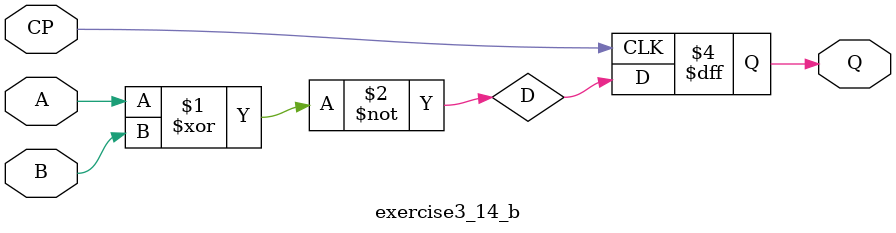
<source format=v>
module exercise3_14_b(
    input wire CP,
    input wire A,
    input wire B,
    output reg Q
);

    wire D;
    assign D = ~(A ^ B);

    always @(posedge CP) begin
        Q <= D;
    end

endmodule
</source>
